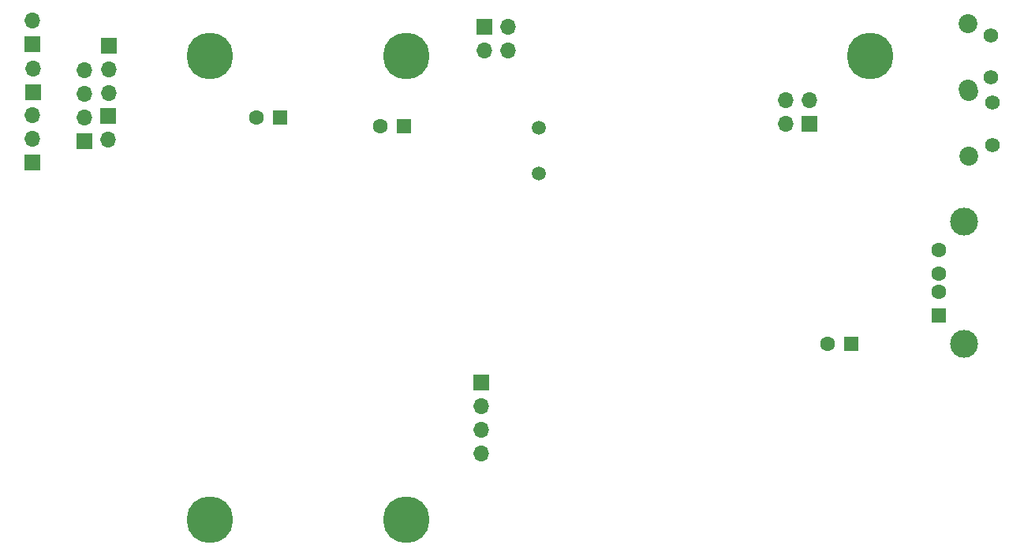
<source format=gbr>
%TF.GenerationSoftware,KiCad,Pcbnew,9.0.5*%
%TF.CreationDate,2025-10-23T08:30:37+01:00*%
%TF.ProjectId,Gotek,476f7465-6b2e-46b6-9963-61645f706362,rev?*%
%TF.SameCoordinates,Original*%
%TF.FileFunction,Soldermask,Bot*%
%TF.FilePolarity,Negative*%
%FSLAX46Y46*%
G04 Gerber Fmt 4.6, Leading zero omitted, Abs format (unit mm)*
G04 Created by KiCad (PCBNEW 9.0.5) date 2025-10-23 08:30:37*
%MOMM*%
%LPD*%
G01*
G04 APERTURE LIST*
%ADD10C,5.000000*%
%ADD11R,1.700000X1.700000*%
%ADD12O,1.700000X1.700000*%
%ADD13R,1.600000X1.600000*%
%ADD14C,1.600000*%
%ADD15C,1.575000*%
%ADD16C,2.025000*%
%ADD17R,1.500000X1.600000*%
%ADD18C,3.000000*%
%ADD19C,1.500000*%
G04 APERTURE END LIST*
D10*
%TO.C,H1*%
X118491000Y-60642500D03*
%TD*%
%TO.C,H2*%
X139573000Y-60642500D03*
%TD*%
%TO.C,H3*%
X118491000Y-110363000D03*
%TD*%
%TO.C,H4*%
X139573000Y-110363000D03*
%TD*%
%TO.C,H5*%
X189357000Y-60642500D03*
%TD*%
D11*
%TO.C,J10*%
X105038525Y-69713475D03*
D12*
X105038525Y-67173475D03*
X105038525Y-64633475D03*
X105038525Y-62093475D03*
%TD*%
D11*
%TO.C,J7*%
X147653375Y-95653700D03*
D12*
X147653375Y-98193700D03*
X147653375Y-100733700D03*
X147653375Y-103273700D03*
%TD*%
D13*
%TO.C,C1*%
X187333138Y-91535250D03*
D14*
X184833138Y-91535250D03*
%TD*%
D15*
%TO.C,S4*%
X202485625Y-70133600D03*
X202485625Y-65633600D03*
D16*
X199985625Y-71383600D03*
X199985625Y-64383600D03*
%TD*%
D13*
%TO.C,C17*%
X139304913Y-68164075D03*
D14*
X136804913Y-68164075D03*
%TD*%
D11*
%TO.C,J1*%
X148000000Y-57500000D03*
D12*
X150540000Y-57500000D03*
X148000000Y-60040000D03*
X150540000Y-60040000D03*
%TD*%
D15*
%TO.C,S3*%
X202345925Y-62915800D03*
X202345925Y-58415800D03*
D16*
X199845925Y-64165800D03*
X199845925Y-57165800D03*
%TD*%
D11*
%TO.C,JD1*%
X99568000Y-64465200D03*
D12*
X99568000Y-61925200D03*
%TD*%
D11*
%TO.C,MO1*%
X99456875Y-72002650D03*
D12*
X99456875Y-69462650D03*
X99456875Y-66922650D03*
%TD*%
D11*
%TO.C,J3*%
X107664250Y-59467750D03*
D12*
X107664250Y-62007750D03*
X107664250Y-64547750D03*
%TD*%
D11*
%TO.C,J2*%
X182857775Y-67846575D03*
D12*
X180317775Y-67846575D03*
X182857775Y-65306575D03*
X180317775Y-65306575D03*
%TD*%
D17*
%TO.C,P3*%
X196706525Y-88456650D03*
D14*
X196706525Y-85956650D03*
X196706525Y-83956650D03*
X196706525Y-81456650D03*
D18*
X199416525Y-91526650D03*
X199416525Y-78386650D03*
%TD*%
D11*
%TO.C,JE1*%
X99456875Y-59356625D03*
D12*
X99456875Y-56816625D03*
%TD*%
D19*
%TO.C,Y1*%
X153800175Y-73233450D03*
X153800175Y-68333450D03*
%TD*%
D11*
%TO.C,J4*%
X107607100Y-67016075D03*
D12*
X107607100Y-69556075D03*
%TD*%
D13*
%TO.C,C19*%
X126017025Y-67227450D03*
D14*
X123517025Y-67227450D03*
%TD*%
M02*

</source>
